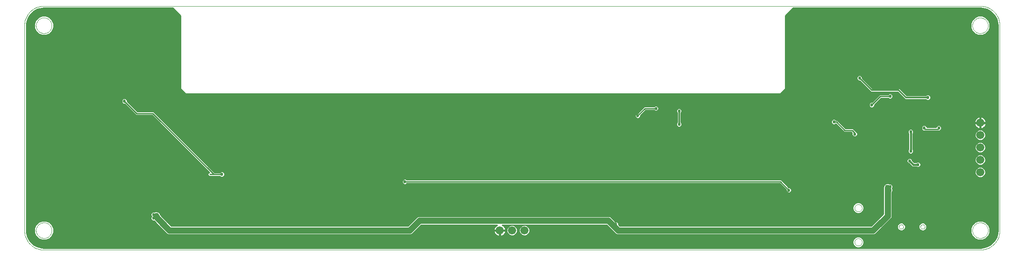
<source format=gbl>
G75*
G70*
%OFA0B0*%
%FSLAX24Y24*%
%IPPOS*%
%LPD*%
%AMOC8*
5,1,8,0,0,1.08239X$1,22.5*
%
%ADD10C,0.0000*%
%ADD11C,0.0660*%
%ADD12C,0.0100*%
%ADD13C,0.0246*%
%ADD14C,0.0500*%
%ADD15C,0.0160*%
%ADD16C,0.0120*%
D10*
X001725Y000937D02*
X077315Y000937D01*
X076685Y002512D02*
X076687Y002562D01*
X076693Y002612D01*
X076703Y002661D01*
X076717Y002709D01*
X076734Y002756D01*
X076755Y002801D01*
X076780Y002845D01*
X076808Y002886D01*
X076840Y002925D01*
X076874Y002962D01*
X076911Y002996D01*
X076951Y003026D01*
X076993Y003053D01*
X077037Y003077D01*
X077083Y003098D01*
X077130Y003114D01*
X077178Y003127D01*
X077228Y003136D01*
X077277Y003141D01*
X077328Y003142D01*
X077378Y003139D01*
X077427Y003132D01*
X077476Y003121D01*
X077524Y003106D01*
X077570Y003088D01*
X077615Y003066D01*
X077658Y003040D01*
X077699Y003011D01*
X077738Y002979D01*
X077774Y002944D01*
X077806Y002906D01*
X077836Y002866D01*
X077863Y002823D01*
X077886Y002779D01*
X077905Y002733D01*
X077921Y002685D01*
X077933Y002636D01*
X077941Y002587D01*
X077945Y002537D01*
X077945Y002487D01*
X077941Y002437D01*
X077933Y002388D01*
X077921Y002339D01*
X077905Y002291D01*
X077886Y002245D01*
X077863Y002201D01*
X077836Y002158D01*
X077806Y002118D01*
X077774Y002080D01*
X077738Y002045D01*
X077699Y002013D01*
X077658Y001984D01*
X077615Y001958D01*
X077570Y001936D01*
X077524Y001918D01*
X077476Y001903D01*
X077427Y001892D01*
X077378Y001885D01*
X077328Y001882D01*
X077277Y001883D01*
X077228Y001888D01*
X077178Y001897D01*
X077130Y001910D01*
X077083Y001926D01*
X077037Y001947D01*
X076993Y001971D01*
X076951Y001998D01*
X076911Y002028D01*
X076874Y002062D01*
X076840Y002099D01*
X076808Y002138D01*
X076780Y002179D01*
X076755Y002223D01*
X076734Y002268D01*
X076717Y002315D01*
X076703Y002363D01*
X076693Y002412D01*
X076687Y002462D01*
X076685Y002512D01*
X077315Y000937D02*
X077392Y000939D01*
X077469Y000945D01*
X077546Y000954D01*
X077622Y000967D01*
X077698Y000984D01*
X077772Y001005D01*
X077846Y001029D01*
X077918Y001057D01*
X077988Y001088D01*
X078057Y001123D01*
X078125Y001161D01*
X078190Y001202D01*
X078253Y001247D01*
X078314Y001295D01*
X078373Y001345D01*
X078429Y001398D01*
X078482Y001454D01*
X078532Y001513D01*
X078580Y001574D01*
X078625Y001637D01*
X078666Y001702D01*
X078704Y001770D01*
X078739Y001839D01*
X078770Y001909D01*
X078798Y001981D01*
X078822Y002055D01*
X078843Y002129D01*
X078860Y002205D01*
X078873Y002281D01*
X078882Y002358D01*
X078888Y002435D01*
X078890Y002512D01*
X078890Y019048D01*
X076685Y019048D02*
X076687Y019098D01*
X076693Y019148D01*
X076703Y019197D01*
X076717Y019245D01*
X076734Y019292D01*
X076755Y019337D01*
X076780Y019381D01*
X076808Y019422D01*
X076840Y019461D01*
X076874Y019498D01*
X076911Y019532D01*
X076951Y019562D01*
X076993Y019589D01*
X077037Y019613D01*
X077083Y019634D01*
X077130Y019650D01*
X077178Y019663D01*
X077228Y019672D01*
X077277Y019677D01*
X077328Y019678D01*
X077378Y019675D01*
X077427Y019668D01*
X077476Y019657D01*
X077524Y019642D01*
X077570Y019624D01*
X077615Y019602D01*
X077658Y019576D01*
X077699Y019547D01*
X077738Y019515D01*
X077774Y019480D01*
X077806Y019442D01*
X077836Y019402D01*
X077863Y019359D01*
X077886Y019315D01*
X077905Y019269D01*
X077921Y019221D01*
X077933Y019172D01*
X077941Y019123D01*
X077945Y019073D01*
X077945Y019023D01*
X077941Y018973D01*
X077933Y018924D01*
X077921Y018875D01*
X077905Y018827D01*
X077886Y018781D01*
X077863Y018737D01*
X077836Y018694D01*
X077806Y018654D01*
X077774Y018616D01*
X077738Y018581D01*
X077699Y018549D01*
X077658Y018520D01*
X077615Y018494D01*
X077570Y018472D01*
X077524Y018454D01*
X077476Y018439D01*
X077427Y018428D01*
X077378Y018421D01*
X077328Y018418D01*
X077277Y018419D01*
X077228Y018424D01*
X077178Y018433D01*
X077130Y018446D01*
X077083Y018462D01*
X077037Y018483D01*
X076993Y018507D01*
X076951Y018534D01*
X076911Y018564D01*
X076874Y018598D01*
X076840Y018635D01*
X076808Y018674D01*
X076780Y018715D01*
X076755Y018759D01*
X076734Y018804D01*
X076717Y018851D01*
X076703Y018899D01*
X076693Y018948D01*
X076687Y018998D01*
X076685Y019048D01*
X077315Y020623D02*
X077392Y020621D01*
X077469Y020615D01*
X077546Y020606D01*
X077622Y020593D01*
X077698Y020576D01*
X077772Y020555D01*
X077846Y020531D01*
X077918Y020503D01*
X077988Y020472D01*
X078057Y020437D01*
X078125Y020399D01*
X078190Y020358D01*
X078253Y020313D01*
X078314Y020265D01*
X078373Y020215D01*
X078429Y020162D01*
X078482Y020106D01*
X078532Y020047D01*
X078580Y019986D01*
X078625Y019923D01*
X078666Y019858D01*
X078704Y019790D01*
X078739Y019721D01*
X078770Y019651D01*
X078798Y019579D01*
X078822Y019505D01*
X078843Y019431D01*
X078860Y019355D01*
X078873Y019279D01*
X078882Y019202D01*
X078888Y019125D01*
X078890Y019048D01*
X077315Y020622D02*
X001725Y020622D01*
X001095Y019048D02*
X001097Y019098D01*
X001103Y019148D01*
X001113Y019197D01*
X001127Y019245D01*
X001144Y019292D01*
X001165Y019337D01*
X001190Y019381D01*
X001218Y019422D01*
X001250Y019461D01*
X001284Y019498D01*
X001321Y019532D01*
X001361Y019562D01*
X001403Y019589D01*
X001447Y019613D01*
X001493Y019634D01*
X001540Y019650D01*
X001588Y019663D01*
X001638Y019672D01*
X001687Y019677D01*
X001738Y019678D01*
X001788Y019675D01*
X001837Y019668D01*
X001886Y019657D01*
X001934Y019642D01*
X001980Y019624D01*
X002025Y019602D01*
X002068Y019576D01*
X002109Y019547D01*
X002148Y019515D01*
X002184Y019480D01*
X002216Y019442D01*
X002246Y019402D01*
X002273Y019359D01*
X002296Y019315D01*
X002315Y019269D01*
X002331Y019221D01*
X002343Y019172D01*
X002351Y019123D01*
X002355Y019073D01*
X002355Y019023D01*
X002351Y018973D01*
X002343Y018924D01*
X002331Y018875D01*
X002315Y018827D01*
X002296Y018781D01*
X002273Y018737D01*
X002246Y018694D01*
X002216Y018654D01*
X002184Y018616D01*
X002148Y018581D01*
X002109Y018549D01*
X002068Y018520D01*
X002025Y018494D01*
X001980Y018472D01*
X001934Y018454D01*
X001886Y018439D01*
X001837Y018428D01*
X001788Y018421D01*
X001738Y018418D01*
X001687Y018419D01*
X001638Y018424D01*
X001588Y018433D01*
X001540Y018446D01*
X001493Y018462D01*
X001447Y018483D01*
X001403Y018507D01*
X001361Y018534D01*
X001321Y018564D01*
X001284Y018598D01*
X001250Y018635D01*
X001218Y018674D01*
X001190Y018715D01*
X001165Y018759D01*
X001144Y018804D01*
X001127Y018851D01*
X001113Y018899D01*
X001103Y018948D01*
X001097Y018998D01*
X001095Y019048D01*
X000150Y019048D02*
X000152Y019125D01*
X000158Y019202D01*
X000167Y019279D01*
X000180Y019355D01*
X000197Y019431D01*
X000218Y019505D01*
X000242Y019579D01*
X000270Y019651D01*
X000301Y019721D01*
X000336Y019790D01*
X000374Y019858D01*
X000415Y019923D01*
X000460Y019986D01*
X000508Y020047D01*
X000558Y020106D01*
X000611Y020162D01*
X000667Y020215D01*
X000726Y020265D01*
X000787Y020313D01*
X000850Y020358D01*
X000915Y020399D01*
X000983Y020437D01*
X001052Y020472D01*
X001122Y020503D01*
X001194Y020531D01*
X001268Y020555D01*
X001342Y020576D01*
X001418Y020593D01*
X001494Y020606D01*
X001571Y020615D01*
X001648Y020621D01*
X001725Y020623D01*
X000150Y019048D02*
X000150Y002512D01*
X001095Y002512D02*
X001097Y002562D01*
X001103Y002612D01*
X001113Y002661D01*
X001127Y002709D01*
X001144Y002756D01*
X001165Y002801D01*
X001190Y002845D01*
X001218Y002886D01*
X001250Y002925D01*
X001284Y002962D01*
X001321Y002996D01*
X001361Y003026D01*
X001403Y003053D01*
X001447Y003077D01*
X001493Y003098D01*
X001540Y003114D01*
X001588Y003127D01*
X001638Y003136D01*
X001687Y003141D01*
X001738Y003142D01*
X001788Y003139D01*
X001837Y003132D01*
X001886Y003121D01*
X001934Y003106D01*
X001980Y003088D01*
X002025Y003066D01*
X002068Y003040D01*
X002109Y003011D01*
X002148Y002979D01*
X002184Y002944D01*
X002216Y002906D01*
X002246Y002866D01*
X002273Y002823D01*
X002296Y002779D01*
X002315Y002733D01*
X002331Y002685D01*
X002343Y002636D01*
X002351Y002587D01*
X002355Y002537D01*
X002355Y002487D01*
X002351Y002437D01*
X002343Y002388D01*
X002331Y002339D01*
X002315Y002291D01*
X002296Y002245D01*
X002273Y002201D01*
X002246Y002158D01*
X002216Y002118D01*
X002184Y002080D01*
X002148Y002045D01*
X002109Y002013D01*
X002068Y001984D01*
X002025Y001958D01*
X001980Y001936D01*
X001934Y001918D01*
X001886Y001903D01*
X001837Y001892D01*
X001788Y001885D01*
X001738Y001882D01*
X001687Y001883D01*
X001638Y001888D01*
X001588Y001897D01*
X001540Y001910D01*
X001493Y001926D01*
X001447Y001947D01*
X001403Y001971D01*
X001361Y001998D01*
X001321Y002028D01*
X001284Y002062D01*
X001250Y002099D01*
X001218Y002138D01*
X001190Y002179D01*
X001165Y002223D01*
X001144Y002268D01*
X001127Y002315D01*
X001113Y002363D01*
X001103Y002412D01*
X001097Y002462D01*
X001095Y002512D01*
X000150Y002512D02*
X000152Y002435D01*
X000158Y002358D01*
X000167Y002281D01*
X000180Y002205D01*
X000197Y002129D01*
X000218Y002055D01*
X000242Y001981D01*
X000270Y001909D01*
X000301Y001839D01*
X000336Y001770D01*
X000374Y001702D01*
X000415Y001637D01*
X000460Y001574D01*
X000508Y001513D01*
X000558Y001454D01*
X000611Y001398D01*
X000667Y001345D01*
X000726Y001295D01*
X000787Y001247D01*
X000850Y001202D01*
X000915Y001161D01*
X000983Y001123D01*
X001052Y001088D01*
X001122Y001057D01*
X001194Y001029D01*
X001268Y001005D01*
X001342Y000984D01*
X001418Y000967D01*
X001494Y000954D01*
X001571Y000945D01*
X001648Y000939D01*
X001725Y000937D01*
X067178Y001567D02*
X067180Y001601D01*
X067186Y001635D01*
X067196Y001668D01*
X067209Y001699D01*
X067227Y001729D01*
X067247Y001757D01*
X067271Y001782D01*
X067297Y001804D01*
X067325Y001822D01*
X067356Y001838D01*
X067388Y001850D01*
X067422Y001858D01*
X067456Y001862D01*
X067490Y001862D01*
X067524Y001858D01*
X067558Y001850D01*
X067590Y001838D01*
X067620Y001822D01*
X067649Y001804D01*
X067675Y001782D01*
X067699Y001757D01*
X067719Y001729D01*
X067737Y001699D01*
X067750Y001668D01*
X067760Y001635D01*
X067766Y001601D01*
X067768Y001567D01*
X067766Y001533D01*
X067760Y001499D01*
X067750Y001466D01*
X067737Y001435D01*
X067719Y001405D01*
X067699Y001377D01*
X067675Y001352D01*
X067649Y001330D01*
X067621Y001312D01*
X067590Y001296D01*
X067558Y001284D01*
X067524Y001276D01*
X067490Y001272D01*
X067456Y001272D01*
X067422Y001276D01*
X067388Y001284D01*
X067356Y001296D01*
X067325Y001312D01*
X067297Y001330D01*
X067271Y001352D01*
X067247Y001377D01*
X067227Y001405D01*
X067209Y001435D01*
X067196Y001466D01*
X067186Y001499D01*
X067180Y001533D01*
X067178Y001567D01*
X070760Y002807D02*
X070762Y002833D01*
X070768Y002859D01*
X070778Y002884D01*
X070791Y002907D01*
X070807Y002927D01*
X070827Y002945D01*
X070849Y002960D01*
X070872Y002972D01*
X070898Y002980D01*
X070924Y002984D01*
X070950Y002984D01*
X070976Y002980D01*
X071002Y002972D01*
X071026Y002960D01*
X071047Y002945D01*
X071067Y002927D01*
X071083Y002907D01*
X071096Y002884D01*
X071106Y002859D01*
X071112Y002833D01*
X071114Y002807D01*
X071112Y002781D01*
X071106Y002755D01*
X071096Y002730D01*
X071083Y002707D01*
X071067Y002687D01*
X071047Y002669D01*
X071025Y002654D01*
X071002Y002642D01*
X070976Y002634D01*
X070950Y002630D01*
X070924Y002630D01*
X070898Y002634D01*
X070872Y002642D01*
X070848Y002654D01*
X070827Y002669D01*
X070807Y002687D01*
X070791Y002707D01*
X070778Y002730D01*
X070768Y002755D01*
X070762Y002781D01*
X070760Y002807D01*
X072493Y002807D02*
X072495Y002833D01*
X072501Y002859D01*
X072511Y002884D01*
X072524Y002907D01*
X072540Y002927D01*
X072560Y002945D01*
X072582Y002960D01*
X072605Y002972D01*
X072631Y002980D01*
X072657Y002984D01*
X072683Y002984D01*
X072709Y002980D01*
X072735Y002972D01*
X072759Y002960D01*
X072780Y002945D01*
X072800Y002927D01*
X072816Y002907D01*
X072829Y002884D01*
X072839Y002859D01*
X072845Y002833D01*
X072847Y002807D01*
X072845Y002781D01*
X072839Y002755D01*
X072829Y002730D01*
X072816Y002707D01*
X072800Y002687D01*
X072780Y002669D01*
X072758Y002654D01*
X072735Y002642D01*
X072709Y002634D01*
X072683Y002630D01*
X072657Y002630D01*
X072631Y002634D01*
X072605Y002642D01*
X072581Y002654D01*
X072560Y002669D01*
X072540Y002687D01*
X072524Y002707D01*
X072511Y002730D01*
X072501Y002755D01*
X072495Y002781D01*
X072493Y002807D01*
X067178Y004323D02*
X067180Y004357D01*
X067186Y004391D01*
X067196Y004424D01*
X067209Y004455D01*
X067227Y004485D01*
X067247Y004513D01*
X067271Y004538D01*
X067297Y004560D01*
X067325Y004578D01*
X067356Y004594D01*
X067388Y004606D01*
X067422Y004614D01*
X067456Y004618D01*
X067490Y004618D01*
X067524Y004614D01*
X067558Y004606D01*
X067590Y004594D01*
X067620Y004578D01*
X067649Y004560D01*
X067675Y004538D01*
X067699Y004513D01*
X067719Y004485D01*
X067737Y004455D01*
X067750Y004424D01*
X067760Y004391D01*
X067766Y004357D01*
X067768Y004323D01*
X067766Y004289D01*
X067760Y004255D01*
X067750Y004222D01*
X067737Y004191D01*
X067719Y004161D01*
X067699Y004133D01*
X067675Y004108D01*
X067649Y004086D01*
X067621Y004068D01*
X067590Y004052D01*
X067558Y004040D01*
X067524Y004032D01*
X067490Y004028D01*
X067456Y004028D01*
X067422Y004032D01*
X067388Y004040D01*
X067356Y004052D01*
X067325Y004068D01*
X067297Y004086D01*
X067271Y004108D01*
X067247Y004133D01*
X067227Y004161D01*
X067209Y004191D01*
X067196Y004222D01*
X067186Y004255D01*
X067180Y004289D01*
X067178Y004323D01*
D11*
X077315Y007205D03*
X077315Y008205D03*
X077315Y009205D03*
X077315Y010205D03*
X077315Y011205D03*
X040520Y002512D03*
X039520Y002512D03*
X038520Y002512D03*
D12*
X038472Y002513D02*
X031749Y002513D01*
X031847Y002612D02*
X038050Y002612D01*
X038052Y002625D02*
X038042Y002561D01*
X038472Y002561D01*
X038472Y002464D01*
X038569Y002464D01*
X038569Y002561D01*
X038998Y002561D01*
X038988Y002625D01*
X038965Y002696D01*
X038931Y002764D01*
X038886Y002825D01*
X038833Y002878D01*
X038772Y002923D01*
X038719Y002950D01*
X047151Y002950D01*
X047786Y002314D01*
X047885Y002215D01*
X048013Y002162D01*
X057659Y002162D01*
X068724Y002162D01*
X068852Y002215D01*
X068951Y002314D01*
X070033Y003397D01*
X070132Y003495D01*
X070185Y003624D01*
X070185Y005598D01*
X070255Y005668D01*
X070255Y005853D01*
X070200Y005908D01*
X070255Y005963D01*
X070255Y006148D01*
X070124Y006279D01*
X069974Y006279D01*
X069905Y006307D01*
X069765Y006307D01*
X069696Y006279D01*
X069644Y006279D01*
X069514Y006148D01*
X069514Y006096D01*
X069485Y006027D01*
X069485Y003838D01*
X068509Y002862D01*
X048228Y002862D01*
X048109Y002981D01*
X048109Y003097D01*
X047979Y003227D01*
X047863Y003227D01*
X047494Y003596D01*
X047365Y003650D01*
X031970Y003650D01*
X031842Y003596D01*
X031743Y003498D01*
X031107Y002862D01*
X012008Y002862D01*
X011166Y003704D01*
X011101Y003833D01*
X011101Y003884D01*
X010971Y004015D01*
X010922Y004015D01*
X010825Y004047D01*
X010686Y004037D01*
X010640Y004015D01*
X010491Y004015D01*
X010360Y003884D01*
X010360Y003699D01*
X010415Y003644D01*
X010360Y003589D01*
X010360Y003404D01*
X010491Y003273D01*
X010601Y003273D01*
X010640Y003240D01*
X011664Y002215D01*
X011793Y002162D01*
X031322Y002162D01*
X031451Y002215D01*
X032185Y002950D01*
X038321Y002950D01*
X038269Y002923D01*
X038207Y002878D01*
X038154Y002825D01*
X038110Y002764D01*
X038075Y002696D01*
X038052Y002625D01*
X038082Y002710D02*
X031946Y002710D01*
X032044Y002809D02*
X038142Y002809D01*
X038247Y002907D02*
X032143Y002907D01*
X031350Y003104D02*
X011765Y003104D01*
X011864Y003006D02*
X031251Y003006D01*
X031153Y002907D02*
X011962Y002907D01*
X011366Y002513D02*
X002505Y002513D01*
X002505Y002415D02*
X011465Y002415D01*
X011563Y002316D02*
X002488Y002316D01*
X002505Y002357D02*
X002386Y002070D01*
X002167Y001851D01*
X001880Y001732D01*
X001570Y001732D01*
X001283Y001851D01*
X001064Y002070D01*
X000945Y002357D01*
X000945Y002667D01*
X001064Y002954D01*
X001283Y003173D01*
X001570Y003292D01*
X001880Y003292D01*
X002167Y003173D01*
X002386Y002954D01*
X002505Y002667D01*
X002505Y002357D01*
X002447Y002218D02*
X011662Y002218D01*
X011268Y002612D02*
X002505Y002612D01*
X002487Y002710D02*
X011169Y002710D01*
X011071Y002809D02*
X002446Y002809D01*
X002405Y002907D02*
X010972Y002907D01*
X010874Y003006D02*
X002334Y003006D01*
X002236Y003104D02*
X010775Y003104D01*
X010677Y003203D02*
X002095Y003203D01*
X001354Y003203D02*
X000300Y003203D01*
X000300Y003301D02*
X010463Y003301D01*
X010364Y003400D02*
X000300Y003400D01*
X000300Y003498D02*
X010360Y003498D01*
X010368Y003597D02*
X000300Y003597D01*
X000300Y003695D02*
X010364Y003695D01*
X010360Y003794D02*
X000300Y003794D01*
X000300Y003892D02*
X010368Y003892D01*
X010467Y003991D02*
X000300Y003991D01*
X000300Y004089D02*
X067088Y004089D01*
X067095Y004071D02*
X067221Y003946D01*
X067384Y003878D01*
X067561Y003878D01*
X067725Y003946D01*
X067850Y004071D01*
X067918Y004235D01*
X067918Y004412D01*
X067850Y004575D01*
X067725Y004701D01*
X067561Y004769D01*
X067384Y004769D01*
X067221Y004701D01*
X067095Y004575D01*
X067028Y004412D01*
X067028Y004235D01*
X067095Y004071D01*
X067175Y003991D02*
X010995Y003991D01*
X011093Y003892D02*
X067349Y003892D01*
X067596Y003892D02*
X069485Y003892D01*
X069485Y003991D02*
X067770Y003991D01*
X067858Y004089D02*
X069485Y004089D01*
X069485Y004188D02*
X067899Y004188D01*
X067918Y004286D02*
X069485Y004286D01*
X069485Y004385D02*
X067918Y004385D01*
X067888Y004483D02*
X069485Y004483D01*
X069485Y004582D02*
X067844Y004582D01*
X067745Y004680D02*
X069485Y004680D01*
X069485Y004779D02*
X000300Y004779D01*
X000300Y004877D02*
X069485Y004877D01*
X069485Y004976D02*
X000300Y004976D01*
X000300Y005074D02*
X069485Y005074D01*
X069485Y005173D02*
X000300Y005173D01*
X000300Y005271D02*
X069485Y005271D01*
X069485Y005370D02*
X000300Y005370D01*
X000300Y005468D02*
X069485Y005468D01*
X069485Y005567D02*
X061985Y005567D01*
X061955Y005537D02*
X062086Y005668D01*
X062086Y005853D01*
X061955Y005983D01*
X061852Y005983D01*
X061236Y006599D01*
X031024Y006599D01*
X030951Y006672D01*
X030766Y006672D01*
X030636Y006542D01*
X030636Y006357D01*
X030766Y006226D01*
X030951Y006226D01*
X031024Y006299D01*
X061111Y006299D01*
X061640Y005771D01*
X061640Y005668D01*
X061770Y005537D01*
X061955Y005537D01*
X062083Y005665D02*
X069485Y005665D01*
X069485Y005764D02*
X062086Y005764D01*
X062076Y005862D02*
X069485Y005862D01*
X069485Y005961D02*
X061977Y005961D01*
X061776Y006059D02*
X069499Y006059D01*
X069524Y006158D02*
X061677Y006158D01*
X061579Y006256D02*
X069622Y006256D01*
X069737Y006056D02*
X069835Y005957D01*
X070253Y005961D02*
X078740Y005961D01*
X078740Y006059D02*
X070255Y006059D01*
X070245Y006158D02*
X078740Y006158D01*
X078740Y006256D02*
X070146Y006256D01*
X070245Y005862D02*
X078740Y005862D01*
X078740Y005764D02*
X070255Y005764D01*
X070252Y005665D02*
X078740Y005665D01*
X078740Y005567D02*
X070185Y005567D01*
X070185Y005468D02*
X078740Y005468D01*
X078740Y005370D02*
X070185Y005370D01*
X070185Y005271D02*
X078740Y005271D01*
X078740Y005173D02*
X070185Y005173D01*
X070185Y005074D02*
X078740Y005074D01*
X078740Y004976D02*
X070185Y004976D01*
X070185Y004877D02*
X078740Y004877D01*
X078740Y004779D02*
X070185Y004779D01*
X070185Y004680D02*
X078740Y004680D01*
X078740Y004582D02*
X070185Y004582D01*
X070185Y004483D02*
X078740Y004483D01*
X078740Y004385D02*
X070185Y004385D01*
X070185Y004286D02*
X078740Y004286D01*
X078740Y004188D02*
X070185Y004188D01*
X070185Y004089D02*
X078740Y004089D01*
X078740Y003991D02*
X070185Y003991D01*
X070185Y003892D02*
X078740Y003892D01*
X078740Y003794D02*
X070185Y003794D01*
X070185Y003695D02*
X078740Y003695D01*
X078740Y003597D02*
X070174Y003597D01*
X070133Y003498D02*
X078740Y003498D01*
X078740Y003400D02*
X070037Y003400D01*
X069938Y003301D02*
X078740Y003301D01*
X078740Y003203D02*
X077686Y003203D01*
X077757Y003173D02*
X077470Y003292D01*
X077160Y003292D01*
X076874Y003173D01*
X076654Y002954D01*
X076535Y002667D01*
X076535Y002357D01*
X076654Y002070D01*
X076874Y001851D01*
X077160Y001732D01*
X077470Y001732D01*
X077757Y001851D01*
X077977Y002070D01*
X078095Y002357D01*
X078095Y002667D01*
X077977Y002954D01*
X077757Y003173D01*
X077826Y003104D02*
X078740Y003104D01*
X078740Y003006D02*
X077925Y003006D01*
X077996Y002907D02*
X078740Y002907D01*
X078740Y002809D02*
X078037Y002809D01*
X078077Y002710D02*
X078740Y002710D01*
X078740Y002612D02*
X078095Y002612D01*
X078095Y002513D02*
X078740Y002513D01*
X078740Y002512D02*
X078728Y002326D01*
X078632Y001967D01*
X078632Y001967D01*
X078486Y001714D01*
X078114Y001342D01*
X077861Y001196D01*
X077501Y001100D01*
X077315Y001087D01*
X001725Y001087D01*
X001539Y001100D01*
X001180Y001196D01*
X000927Y001342D01*
X000554Y001714D01*
X000408Y001967D01*
X000312Y002326D01*
X000300Y002512D01*
X000300Y019048D01*
X000312Y019234D01*
X000408Y019593D01*
X000554Y019846D01*
X000927Y020218D01*
X001180Y020364D01*
X001539Y020460D01*
X001725Y020472D01*
X012111Y020472D01*
X012748Y019835D01*
X012748Y013930D01*
X013142Y013536D01*
X061174Y013536D01*
X061567Y013930D01*
X061567Y019835D01*
X062205Y020472D01*
X077315Y020472D01*
X077501Y020460D01*
X077861Y020364D01*
X078114Y020218D01*
X078486Y019846D01*
X078632Y019593D01*
X078728Y019234D01*
X078740Y019048D01*
X078740Y002512D01*
X078734Y002415D02*
X078095Y002415D01*
X078078Y002316D02*
X078725Y002316D01*
X078699Y002218D02*
X078038Y002218D01*
X077997Y002119D02*
X078673Y002119D01*
X078646Y002021D02*
X077927Y002021D01*
X077829Y001922D02*
X078606Y001922D01*
X078549Y001824D02*
X077692Y001824D01*
X078300Y001528D02*
X067918Y001528D01*
X067918Y001479D02*
X067850Y001315D01*
X067725Y001190D01*
X067561Y001122D01*
X067384Y001122D01*
X067221Y001190D01*
X067095Y001315D01*
X067028Y001479D01*
X067028Y001656D01*
X067095Y001820D01*
X067221Y001945D01*
X067384Y002013D01*
X067561Y002013D01*
X067725Y001945D01*
X067850Y001820D01*
X067918Y001656D01*
X067918Y001479D01*
X067898Y001430D02*
X078202Y001430D01*
X078095Y001331D02*
X067857Y001331D01*
X067768Y001233D02*
X077925Y001233D01*
X077631Y001134D02*
X067591Y001134D01*
X067354Y001134D02*
X001409Y001134D01*
X001115Y001233D02*
X067178Y001233D01*
X067089Y001331D02*
X000945Y001331D01*
X000839Y001430D02*
X067048Y001430D01*
X067028Y001528D02*
X000740Y001528D01*
X000642Y001627D02*
X067028Y001627D01*
X067056Y001725D02*
X000548Y001725D01*
X000491Y001824D02*
X001348Y001824D01*
X001212Y001922D02*
X000434Y001922D01*
X000394Y002021D02*
X001113Y002021D01*
X001043Y002119D02*
X000368Y002119D01*
X000341Y002218D02*
X001003Y002218D01*
X000962Y002316D02*
X000315Y002316D01*
X000306Y002415D02*
X000945Y002415D01*
X000945Y002513D02*
X000300Y002513D01*
X000300Y002612D02*
X000945Y002612D01*
X000963Y002710D02*
X000300Y002710D01*
X000300Y002809D02*
X001004Y002809D01*
X001044Y002907D02*
X000300Y002907D01*
X000300Y003006D02*
X001116Y003006D01*
X001214Y003104D02*
X000300Y003104D01*
X002406Y002119D02*
X038244Y002119D01*
X038269Y002102D02*
X038336Y002067D01*
X038408Y002044D01*
X038472Y002034D01*
X038472Y002464D01*
X038042Y002464D01*
X038052Y002400D01*
X038075Y002328D01*
X038110Y002261D01*
X038154Y002200D01*
X038207Y002146D01*
X038269Y002102D01*
X038141Y002218D02*
X031453Y002218D01*
X031552Y002316D02*
X038081Y002316D01*
X038050Y002415D02*
X031650Y002415D01*
X031448Y003203D02*
X011667Y003203D01*
X011568Y003301D02*
X031547Y003301D01*
X031645Y003400D02*
X011470Y003400D01*
X011371Y003498D02*
X031744Y003498D01*
X031843Y003597D02*
X011273Y003597D01*
X011174Y003695D02*
X069342Y003695D01*
X069244Y003597D02*
X047493Y003597D01*
X047592Y003498D02*
X069145Y003498D01*
X069047Y003400D02*
X047690Y003400D01*
X047789Y003301D02*
X068948Y003301D01*
X068850Y003203D02*
X048003Y003203D01*
X048102Y003104D02*
X068751Y003104D01*
X068653Y003006D02*
X048109Y003006D01*
X048183Y002907D02*
X068554Y002907D01*
X069150Y002513D02*
X070792Y002513D01*
X070752Y002530D02*
X070872Y002480D01*
X071002Y002480D01*
X071123Y002530D01*
X071215Y002622D01*
X071265Y002742D01*
X071265Y002873D01*
X071215Y002993D01*
X071123Y003085D01*
X071002Y003135D01*
X070872Y003135D01*
X070752Y003085D01*
X070660Y002993D01*
X070610Y002873D01*
X070610Y002742D01*
X070660Y002622D01*
X070752Y002530D01*
X070670Y002612D02*
X069249Y002612D01*
X069347Y002710D02*
X070623Y002710D01*
X070610Y002809D02*
X069446Y002809D01*
X069544Y002907D02*
X070625Y002907D01*
X070673Y003006D02*
X069643Y003006D01*
X069741Y003104D02*
X070799Y003104D01*
X071075Y003104D02*
X072532Y003104D01*
X072484Y003085D02*
X072392Y002993D01*
X072343Y002873D01*
X072343Y002742D01*
X072392Y002622D01*
X072484Y002530D01*
X072605Y002480D01*
X072735Y002480D01*
X072855Y002530D01*
X072947Y002622D01*
X072997Y002742D01*
X072997Y002873D01*
X072947Y002993D01*
X072855Y003085D01*
X072735Y003135D01*
X072605Y003135D01*
X072484Y003085D01*
X072405Y003006D02*
X071202Y003006D01*
X071250Y002907D02*
X072357Y002907D01*
X072343Y002809D02*
X071265Y002809D01*
X071251Y002710D02*
X072356Y002710D01*
X072403Y002612D02*
X071205Y002612D01*
X071082Y002513D02*
X072525Y002513D01*
X072815Y002513D02*
X076535Y002513D01*
X076535Y002415D02*
X069052Y002415D01*
X068953Y002316D02*
X076552Y002316D01*
X076593Y002218D02*
X068855Y002218D01*
X068951Y002314D02*
X068951Y002314D01*
X067747Y001922D02*
X076802Y001922D01*
X076704Y002021D02*
X002336Y002021D01*
X002238Y001922D02*
X067198Y001922D01*
X067100Y001824D02*
X002101Y001824D01*
X000300Y004188D02*
X067047Y004188D01*
X067028Y004286D02*
X000300Y004286D01*
X000300Y004385D02*
X067028Y004385D01*
X067057Y004483D02*
X000300Y004483D01*
X000300Y004582D02*
X067102Y004582D01*
X067200Y004680D02*
X000300Y004680D01*
X000300Y005567D02*
X061741Y005567D01*
X061642Y005665D02*
X000300Y005665D01*
X000300Y005764D02*
X061640Y005764D01*
X061548Y005862D02*
X000300Y005862D01*
X000300Y005961D02*
X061450Y005961D01*
X061351Y006059D02*
X000300Y006059D01*
X000300Y006158D02*
X061253Y006158D01*
X061154Y006256D02*
X030981Y006256D01*
X030859Y006449D02*
X061174Y006449D01*
X061863Y005760D01*
X061480Y006355D02*
X078740Y006355D01*
X078740Y006453D02*
X061382Y006453D01*
X061283Y006552D02*
X078740Y006552D01*
X078740Y006650D02*
X030973Y006650D01*
X030745Y006650D02*
X000300Y006650D01*
X000300Y006552D02*
X030646Y006552D01*
X030636Y006453D02*
X000300Y006453D01*
X000300Y006355D02*
X030638Y006355D01*
X030736Y006256D02*
X000300Y006256D01*
X000300Y006749D02*
X078740Y006749D01*
X078740Y006847D02*
X077566Y006847D01*
X077559Y006841D02*
X077680Y006962D01*
X077745Y007120D01*
X077745Y007291D01*
X077680Y007449D01*
X077559Y007570D01*
X077401Y007635D01*
X077230Y007635D01*
X077072Y007570D01*
X076951Y007449D01*
X076885Y007291D01*
X076885Y007120D01*
X076951Y006962D01*
X077072Y006841D01*
X077230Y006775D01*
X077401Y006775D01*
X077559Y006841D01*
X077664Y006946D02*
X078740Y006946D01*
X078740Y007044D02*
X077714Y007044D01*
X077745Y007143D02*
X078740Y007143D01*
X078740Y007241D02*
X077745Y007241D01*
X077725Y007340D02*
X078740Y007340D01*
X078740Y007438D02*
X077684Y007438D01*
X077592Y007537D02*
X078740Y007537D01*
X078740Y007635D02*
X072419Y007635D01*
X072388Y007604D02*
X072519Y007735D01*
X072519Y007920D01*
X072388Y008050D01*
X072203Y008050D01*
X072160Y008007D01*
X071977Y008007D01*
X071830Y008154D01*
X071830Y008215D01*
X071699Y008345D01*
X071514Y008345D01*
X071384Y008215D01*
X071384Y008030D01*
X071514Y007899D01*
X071575Y007899D01*
X071827Y007647D01*
X072160Y007647D01*
X072203Y007604D01*
X072388Y007604D01*
X072518Y007734D02*
X078740Y007734D01*
X078740Y007832D02*
X077539Y007832D01*
X077559Y007841D02*
X077680Y007962D01*
X077745Y008120D01*
X077745Y008291D01*
X077680Y008449D01*
X077559Y008570D01*
X077401Y008635D01*
X077230Y008635D01*
X077072Y008570D01*
X076951Y008449D01*
X076885Y008291D01*
X076885Y008120D01*
X076951Y007962D01*
X077072Y007841D01*
X077230Y007775D01*
X077401Y007775D01*
X077559Y007841D01*
X077649Y007931D02*
X078740Y007931D01*
X078740Y008029D02*
X077708Y008029D01*
X077745Y008128D02*
X078740Y008128D01*
X078740Y008226D02*
X077745Y008226D01*
X077731Y008325D02*
X078740Y008325D01*
X078740Y008423D02*
X077690Y008423D01*
X077607Y008522D02*
X078740Y008522D01*
X078740Y008620D02*
X077436Y008620D01*
X077401Y008775D02*
X077559Y008841D01*
X077680Y008962D01*
X077745Y009120D01*
X077745Y009291D01*
X077680Y009449D01*
X077559Y009570D01*
X077401Y009635D01*
X077230Y009635D01*
X077072Y009570D01*
X076951Y009449D01*
X076885Y009291D01*
X076885Y009120D01*
X076951Y008962D01*
X077072Y008841D01*
X077230Y008775D01*
X077401Y008775D01*
X077503Y008817D02*
X078740Y008817D01*
X078740Y008719D02*
X071830Y008719D01*
X071797Y008687D02*
X071928Y008817D01*
X077128Y008817D01*
X076996Y008916D02*
X071928Y008916D01*
X071928Y009002D02*
X071928Y008817D01*
X071797Y008687D02*
X071613Y008687D01*
X071482Y008817D01*
X013880Y008817D01*
X013978Y008719D02*
X071581Y008719D01*
X071482Y008817D02*
X071482Y009002D01*
X071525Y009045D01*
X071525Y010349D01*
X071482Y010392D01*
X071482Y010577D01*
X071613Y010708D01*
X071797Y010708D01*
X071928Y010577D01*
X071928Y010392D01*
X071885Y010349D01*
X071885Y009045D01*
X071928Y009002D01*
X071916Y009014D02*
X076929Y009014D01*
X076888Y009113D02*
X071885Y009113D01*
X071885Y009211D02*
X076885Y009211D01*
X076893Y009310D02*
X071885Y009310D01*
X071885Y009408D02*
X076934Y009408D01*
X077009Y009507D02*
X071885Y009507D01*
X071885Y009605D02*
X077158Y009605D01*
X077230Y009775D02*
X077401Y009775D01*
X077559Y009841D01*
X077680Y009962D01*
X077745Y010120D01*
X077745Y010291D01*
X077680Y010449D01*
X077559Y010570D01*
X077401Y010635D01*
X077230Y010635D01*
X077072Y010570D01*
X076951Y010449D01*
X076885Y010291D01*
X076885Y010120D01*
X076951Y009962D01*
X077072Y009841D01*
X077230Y009775D01*
X077164Y009802D02*
X071885Y009802D01*
X071885Y009704D02*
X078740Y009704D01*
X078740Y009802D02*
X077467Y009802D01*
X077619Y009901D02*
X078740Y009901D01*
X078740Y009999D02*
X077696Y009999D01*
X077736Y010098D02*
X078740Y010098D01*
X078740Y010196D02*
X077745Y010196D01*
X077744Y010295D02*
X078740Y010295D01*
X078740Y010393D02*
X077703Y010393D01*
X077637Y010492D02*
X078740Y010492D01*
X078740Y010590D02*
X077509Y010590D01*
X077428Y010737D02*
X077500Y010760D01*
X077567Y010795D01*
X077628Y010839D01*
X077681Y010892D01*
X077726Y010954D01*
X077760Y011021D01*
X077784Y011093D01*
X077794Y011157D01*
X077364Y011157D01*
X077364Y011254D01*
X077267Y011254D01*
X077267Y011683D01*
X077203Y011673D01*
X077131Y011650D01*
X077064Y011616D01*
X077003Y011571D01*
X076949Y011518D01*
X076905Y011457D01*
X076871Y011389D01*
X076847Y011318D01*
X076837Y011254D01*
X077267Y011254D01*
X077267Y011157D01*
X076837Y011157D01*
X076847Y011093D01*
X076871Y011021D01*
X076905Y010954D01*
X076949Y010892D01*
X077003Y010839D01*
X077064Y010795D01*
X077131Y010760D01*
X077203Y010737D01*
X077267Y010727D01*
X077267Y011157D01*
X077364Y011157D01*
X077364Y010727D01*
X077428Y010737D01*
X077364Y010787D02*
X077267Y010787D01*
X077267Y010886D02*
X077364Y010886D01*
X077364Y010984D02*
X077267Y010984D01*
X077267Y011083D02*
X077364Y011083D01*
X077364Y011181D02*
X078740Y011181D01*
X078740Y011083D02*
X077780Y011083D01*
X077742Y010984D02*
X078740Y010984D01*
X078740Y010886D02*
X077675Y010886D01*
X077553Y010787D02*
X078740Y010787D01*
X078740Y010689D02*
X074192Y010689D01*
X074192Y010688D02*
X074192Y010872D01*
X074061Y011003D01*
X073877Y011003D01*
X073746Y010872D01*
X073746Y010831D01*
X073011Y010831D01*
X073011Y010872D01*
X072880Y011003D01*
X072695Y011003D01*
X072565Y010872D01*
X072565Y010688D01*
X072695Y010557D01*
X072799Y010557D01*
X072824Y010531D01*
X073933Y010531D01*
X073958Y010557D01*
X074061Y010557D01*
X074192Y010688D01*
X074192Y010787D02*
X077078Y010787D01*
X076956Y010886D02*
X074178Y010886D01*
X074080Y010984D02*
X076889Y010984D01*
X076850Y011083D02*
X066102Y011083D01*
X066004Y011181D02*
X077267Y011181D01*
X077267Y011280D02*
X077364Y011280D01*
X077364Y011254D02*
X077364Y011683D01*
X077428Y011673D01*
X077500Y011650D01*
X077567Y011616D01*
X077628Y011571D01*
X077681Y011518D01*
X077726Y011457D01*
X077760Y011389D01*
X077784Y011318D01*
X077794Y011254D01*
X077364Y011254D01*
X077364Y011378D02*
X077267Y011378D01*
X077267Y011477D02*
X077364Y011477D01*
X077364Y011575D02*
X077267Y011575D01*
X077267Y011674D02*
X077364Y011674D01*
X077424Y011674D02*
X078740Y011674D01*
X078740Y011772D02*
X053164Y011772D01*
X053164Y011674D02*
X077207Y011674D01*
X077008Y011575D02*
X053164Y011575D01*
X053164Y011477D02*
X065394Y011477D01*
X065412Y011495D02*
X065281Y011364D01*
X065281Y011180D01*
X065412Y011049D01*
X065597Y011049D01*
X065654Y011107D01*
X066328Y010433D01*
X066919Y010433D01*
X066963Y010389D01*
X066955Y010380D01*
X066955Y010195D01*
X067085Y010065D01*
X067270Y010065D01*
X067401Y010195D01*
X067401Y010380D01*
X067270Y010511D01*
X067265Y010511D01*
X067131Y010645D01*
X067043Y010733D01*
X066452Y010733D01*
X065851Y011334D01*
X065763Y011422D01*
X065670Y011422D01*
X065597Y011495D01*
X065412Y011495D01*
X065295Y011378D02*
X053164Y011378D01*
X053164Y011280D02*
X065281Y011280D01*
X065281Y011181D02*
X053213Y011181D01*
X053227Y011168D02*
X053164Y011231D01*
X053164Y012003D01*
X053227Y012066D01*
X053227Y012250D01*
X053097Y012381D01*
X052912Y012381D01*
X052781Y012250D01*
X052781Y012066D01*
X052844Y012003D01*
X052844Y011231D01*
X052781Y011168D01*
X052781Y010983D01*
X052912Y010852D01*
X053097Y010852D01*
X053227Y010983D01*
X053227Y011168D01*
X053227Y011083D02*
X065378Y011083D01*
X065504Y011272D02*
X065701Y011272D01*
X066390Y010583D01*
X066981Y010583D01*
X067178Y010386D01*
X067178Y010288D01*
X067401Y010295D02*
X071525Y010295D01*
X071525Y010196D02*
X067401Y010196D01*
X067303Y010098D02*
X071525Y010098D01*
X071525Y009999D02*
X012698Y009999D01*
X012796Y009901D02*
X071525Y009901D01*
X071525Y009802D02*
X012895Y009802D01*
X012993Y009704D02*
X071525Y009704D01*
X071525Y009605D02*
X013092Y009605D01*
X013190Y009507D02*
X071525Y009507D01*
X071525Y009408D02*
X013289Y009408D01*
X013387Y009310D02*
X071525Y009310D01*
X071525Y009211D02*
X013486Y009211D01*
X013584Y009113D02*
X071525Y009113D01*
X071494Y009014D02*
X013683Y009014D01*
X013781Y008916D02*
X071482Y008916D01*
X071494Y008325D02*
X014372Y008325D01*
X014274Y008423D02*
X076940Y008423D01*
X076900Y008325D02*
X071720Y008325D01*
X071818Y008226D02*
X076885Y008226D01*
X076885Y008128D02*
X071856Y008128D01*
X071954Y008029D02*
X072183Y008029D01*
X072409Y008029D02*
X076923Y008029D01*
X076981Y007931D02*
X072507Y007931D01*
X072519Y007832D02*
X077091Y007832D01*
X077039Y007537D02*
X015160Y007537D01*
X015062Y007635D02*
X072172Y007635D01*
X071741Y007734D02*
X014963Y007734D01*
X014865Y007832D02*
X071642Y007832D01*
X071483Y007931D02*
X014766Y007931D01*
X014668Y008029D02*
X071384Y008029D01*
X071384Y008128D02*
X014569Y008128D01*
X014471Y008226D02*
X071395Y008226D01*
X076885Y007241D02*
X016209Y007241D01*
X016187Y007263D02*
X016003Y007263D01*
X015930Y007190D01*
X015507Y007190D01*
X010586Y012111D01*
X009267Y012111D01*
X008444Y012934D01*
X008444Y013038D01*
X008313Y013168D01*
X008128Y013168D01*
X007998Y013038D01*
X007998Y012853D01*
X008128Y012722D01*
X008232Y012722D01*
X009055Y011899D01*
X009143Y011811D01*
X010462Y011811D01*
X015083Y007190D01*
X015048Y007190D01*
X014961Y007102D01*
X014961Y006978D01*
X015048Y006890D01*
X015930Y006890D01*
X016003Y006817D01*
X016187Y006817D01*
X016318Y006947D01*
X016318Y007132D01*
X016187Y007263D01*
X016307Y007143D02*
X076885Y007143D01*
X076916Y007044D02*
X016318Y007044D01*
X016316Y006946D02*
X076966Y006946D01*
X077065Y006847D02*
X016218Y006847D01*
X016095Y007040D02*
X015445Y007040D01*
X010524Y011961D01*
X009205Y011961D01*
X008221Y012945D01*
X008444Y012954D02*
X068648Y012954D01*
X068566Y012873D02*
X068463Y012873D01*
X068333Y012742D01*
X068333Y012558D01*
X068463Y012427D01*
X068648Y012427D01*
X068779Y012558D01*
X068779Y012661D01*
X069307Y013189D01*
X069867Y013189D01*
X069940Y013116D01*
X070124Y013116D01*
X070255Y013247D01*
X070255Y013431D01*
X070124Y013562D01*
X069940Y013562D01*
X069867Y013489D01*
X069182Y013489D01*
X068566Y012873D01*
X068446Y012856D02*
X008522Y012856D01*
X008621Y012757D02*
X068348Y012757D01*
X068333Y012659D02*
X008719Y012659D01*
X008818Y012560D02*
X051025Y012560D01*
X051042Y012578D02*
X050969Y012505D01*
X050186Y012505D01*
X049669Y011987D01*
X049566Y011987D01*
X049435Y011857D01*
X049435Y011672D01*
X049566Y011541D01*
X049750Y011541D01*
X049881Y011672D01*
X049881Y011775D01*
X050311Y012205D01*
X050969Y012205D01*
X051042Y012132D01*
X051227Y012132D01*
X051357Y012262D01*
X051357Y012447D01*
X051227Y012578D01*
X051042Y012578D01*
X051244Y012560D02*
X068333Y012560D01*
X068428Y012462D02*
X051342Y012462D01*
X051357Y012363D02*
X052895Y012363D01*
X052796Y012265D02*
X051357Y012265D01*
X051261Y012166D02*
X052781Y012166D01*
X052781Y012068D02*
X050174Y012068D01*
X050272Y012166D02*
X051007Y012166D01*
X051134Y012355D02*
X050248Y012355D01*
X049658Y011764D01*
X049881Y011772D02*
X052844Y011772D01*
X052844Y011674D02*
X049881Y011674D01*
X049784Y011575D02*
X052844Y011575D01*
X052844Y011477D02*
X011220Y011477D01*
X011122Y011575D02*
X049531Y011575D01*
X049435Y011674D02*
X011023Y011674D01*
X010925Y011772D02*
X049435Y011772D01*
X049449Y011871D02*
X010826Y011871D01*
X010728Y011969D02*
X049548Y011969D01*
X049749Y012068D02*
X010629Y012068D01*
X010500Y011772D02*
X000300Y011772D01*
X000300Y011674D02*
X010599Y011674D01*
X010697Y011575D02*
X000300Y011575D01*
X000300Y011477D02*
X010796Y011477D01*
X010894Y011378D02*
X000300Y011378D01*
X000300Y011280D02*
X010993Y011280D01*
X011091Y011181D02*
X000300Y011181D01*
X000300Y011083D02*
X011190Y011083D01*
X011288Y010984D02*
X000300Y010984D01*
X000300Y010886D02*
X011387Y010886D01*
X011485Y010787D02*
X000300Y010787D01*
X000300Y010689D02*
X011584Y010689D01*
X011682Y010590D02*
X000300Y010590D01*
X000300Y010492D02*
X011781Y010492D01*
X011879Y010393D02*
X000300Y010393D01*
X000300Y010295D02*
X011978Y010295D01*
X012076Y010196D02*
X000300Y010196D01*
X000300Y010098D02*
X012175Y010098D01*
X012273Y009999D02*
X000300Y009999D01*
X000300Y009901D02*
X012372Y009901D01*
X012470Y009802D02*
X000300Y009802D01*
X000300Y009704D02*
X012569Y009704D01*
X012667Y009605D02*
X000300Y009605D01*
X000300Y009507D02*
X012766Y009507D01*
X012864Y009408D02*
X000300Y009408D01*
X000300Y009310D02*
X012963Y009310D01*
X013061Y009211D02*
X000300Y009211D01*
X000300Y009113D02*
X013160Y009113D01*
X013258Y009014D02*
X000300Y009014D01*
X000300Y008916D02*
X013357Y008916D01*
X013455Y008817D02*
X000300Y008817D01*
X000300Y008719D02*
X013554Y008719D01*
X013652Y008620D02*
X000300Y008620D01*
X000300Y008522D02*
X013751Y008522D01*
X013849Y008423D02*
X000300Y008423D01*
X000300Y008325D02*
X013948Y008325D01*
X014046Y008226D02*
X000300Y008226D01*
X000300Y008128D02*
X014145Y008128D01*
X014243Y008029D02*
X000300Y008029D01*
X000300Y007931D02*
X014342Y007931D01*
X014440Y007832D02*
X000300Y007832D01*
X000300Y007734D02*
X014539Y007734D01*
X014637Y007635D02*
X000300Y007635D01*
X000300Y007537D02*
X014736Y007537D01*
X014834Y007438D02*
X000300Y007438D01*
X000300Y007340D02*
X014933Y007340D01*
X015031Y007241D02*
X000300Y007241D01*
X000300Y007143D02*
X015002Y007143D01*
X014961Y007044D02*
X000300Y007044D01*
X000300Y006946D02*
X014992Y006946D01*
X015111Y007040D02*
X015445Y007040D01*
X015456Y007241D02*
X015981Y007241D01*
X015357Y007340D02*
X076906Y007340D01*
X076947Y007438D02*
X015259Y007438D01*
X015972Y006847D02*
X000300Y006847D01*
X011121Y003794D02*
X069441Y003794D01*
X069840Y003203D02*
X076945Y003203D01*
X076805Y003104D02*
X072808Y003104D01*
X072934Y003006D02*
X076706Y003006D01*
X076635Y002907D02*
X072982Y002907D01*
X072997Y002809D02*
X076594Y002809D01*
X076553Y002710D02*
X072984Y002710D01*
X072937Y002612D02*
X076535Y002612D01*
X076634Y002119D02*
X040695Y002119D01*
X040764Y002148D02*
X040885Y002269D01*
X040950Y002427D01*
X040950Y002598D01*
X040885Y002756D01*
X040764Y002877D01*
X040606Y002942D01*
X040435Y002942D01*
X040277Y002877D01*
X040156Y002756D01*
X040090Y002598D01*
X040090Y002427D01*
X040156Y002269D01*
X040277Y002148D01*
X040435Y002082D01*
X040606Y002082D01*
X040764Y002148D01*
X040834Y002218D02*
X047882Y002218D01*
X047784Y002316D02*
X040904Y002316D01*
X040945Y002415D02*
X047685Y002415D01*
X047587Y002513D02*
X040950Y002513D01*
X040944Y002612D02*
X047488Y002612D01*
X047390Y002710D02*
X040903Y002710D01*
X040831Y002809D02*
X047291Y002809D01*
X047193Y002907D02*
X040690Y002907D01*
X040351Y002907D02*
X039690Y002907D01*
X039764Y002877D02*
X039606Y002942D01*
X039435Y002942D01*
X039277Y002877D01*
X039156Y002756D01*
X039090Y002598D01*
X039090Y002427D01*
X039156Y002269D01*
X039277Y002148D01*
X039435Y002082D01*
X039606Y002082D01*
X039764Y002148D01*
X039885Y002269D01*
X039950Y002427D01*
X039950Y002598D01*
X039885Y002756D01*
X039764Y002877D01*
X039831Y002809D02*
X040209Y002809D01*
X040137Y002710D02*
X039903Y002710D01*
X039944Y002612D02*
X040096Y002612D01*
X040090Y002513D02*
X039950Y002513D01*
X039945Y002415D02*
X040095Y002415D01*
X040136Y002316D02*
X039904Y002316D01*
X039834Y002218D02*
X040206Y002218D01*
X040345Y002119D02*
X039695Y002119D01*
X039345Y002119D02*
X038796Y002119D01*
X038772Y002102D02*
X038833Y002146D01*
X038886Y002200D01*
X038931Y002261D01*
X038965Y002328D01*
X038988Y002400D01*
X038998Y002464D01*
X038569Y002464D01*
X038569Y002034D01*
X038632Y002044D01*
X038704Y002067D01*
X038772Y002102D01*
X038900Y002218D02*
X039206Y002218D01*
X039136Y002316D02*
X038959Y002316D01*
X038991Y002415D02*
X039095Y002415D01*
X039090Y002513D02*
X038569Y002513D01*
X038569Y002415D02*
X038472Y002415D01*
X038472Y002316D02*
X038569Y002316D01*
X038569Y002218D02*
X038472Y002218D01*
X038472Y002119D02*
X038569Y002119D01*
X038990Y002612D02*
X039096Y002612D01*
X039137Y002710D02*
X038958Y002710D01*
X038898Y002809D02*
X039209Y002809D01*
X039351Y002907D02*
X038793Y002907D01*
X047886Y003004D02*
X047886Y002611D01*
X057729Y002512D01*
X067846Y001824D02*
X076939Y001824D01*
X078399Y001627D02*
X067918Y001627D01*
X067889Y001725D02*
X078492Y001725D01*
X077024Y008522D02*
X014175Y008522D01*
X014077Y008620D02*
X077194Y008620D01*
X077634Y008916D02*
X078740Y008916D01*
X078740Y009014D02*
X077702Y009014D01*
X077743Y009113D02*
X078740Y009113D01*
X078740Y009211D02*
X077745Y009211D01*
X077737Y009310D02*
X078740Y009310D01*
X078740Y009408D02*
X077697Y009408D01*
X077622Y009507D02*
X078740Y009507D01*
X078740Y009605D02*
X077473Y009605D01*
X077011Y009901D02*
X071885Y009901D01*
X071885Y009999D02*
X076935Y009999D01*
X076894Y010098D02*
X071885Y010098D01*
X071885Y010196D02*
X076885Y010196D01*
X076887Y010295D02*
X071885Y010295D01*
X071928Y010393D02*
X076928Y010393D01*
X076994Y010492D02*
X071928Y010492D01*
X071915Y010590D02*
X072662Y010590D01*
X072565Y010689D02*
X071816Y010689D01*
X071594Y010689D02*
X067087Y010689D01*
X067185Y010590D02*
X071496Y010590D01*
X071482Y010492D02*
X067289Y010492D01*
X067387Y010393D02*
X071482Y010393D01*
X072565Y010787D02*
X066398Y010787D01*
X066299Y010886D02*
X072578Y010886D01*
X072677Y010984D02*
X066201Y010984D01*
X065974Y010787D02*
X011910Y010787D01*
X012008Y010689D02*
X066072Y010689D01*
X066171Y010590D02*
X012107Y010590D01*
X012205Y010492D02*
X066269Y010492D01*
X066958Y010393D02*
X012304Y010393D01*
X012402Y010295D02*
X066955Y010295D01*
X066955Y010196D02*
X012501Y010196D01*
X012599Y010098D02*
X067052Y010098D01*
X065875Y010886D02*
X053130Y010886D01*
X053227Y010984D02*
X065777Y010984D01*
X065678Y011083D02*
X065631Y011083D01*
X065905Y011280D02*
X076841Y011280D01*
X076867Y011378D02*
X065807Y011378D01*
X065615Y011477D02*
X076920Y011477D01*
X077622Y011575D02*
X078740Y011575D01*
X078740Y011477D02*
X077711Y011477D01*
X077764Y011378D02*
X078740Y011378D01*
X078740Y011280D02*
X077789Y011280D01*
X078740Y011871D02*
X053164Y011871D01*
X053164Y011969D02*
X078740Y011969D01*
X078740Y012068D02*
X053227Y012068D01*
X053227Y012166D02*
X078740Y012166D01*
X078740Y012265D02*
X053213Y012265D01*
X053114Y012363D02*
X078740Y012363D01*
X078740Y012462D02*
X068683Y012462D01*
X068779Y012560D02*
X078740Y012560D01*
X078740Y012659D02*
X068779Y012659D01*
X068875Y012757D02*
X078740Y012757D01*
X078740Y012856D02*
X068974Y012856D01*
X069072Y012954D02*
X078740Y012954D01*
X078740Y013053D02*
X073211Y013053D01*
X073175Y013018D02*
X073306Y013148D01*
X073306Y013333D01*
X073175Y013464D01*
X072991Y013464D01*
X072928Y013401D01*
X071378Y013401D01*
X070881Y013897D01*
X070787Y013991D01*
X068622Y013991D01*
X067794Y014819D01*
X067794Y014908D01*
X067664Y015038D01*
X067479Y015038D01*
X067348Y014908D01*
X067348Y014723D01*
X067479Y014592D01*
X067568Y014592D01*
X068489Y013671D01*
X070655Y013671D01*
X071245Y013081D01*
X072928Y013081D01*
X072991Y013018D01*
X073175Y013018D01*
X073306Y013151D02*
X078740Y013151D01*
X078740Y013250D02*
X073306Y013250D01*
X073291Y013348D02*
X078740Y013348D01*
X078740Y013447D02*
X073192Y013447D01*
X072974Y013447D02*
X071331Y013447D01*
X071233Y013545D02*
X078740Y013545D01*
X078740Y013644D02*
X071134Y013644D01*
X071036Y013742D02*
X078740Y013742D01*
X078740Y013841D02*
X070937Y013841D01*
X070839Y013939D02*
X078740Y013939D01*
X078740Y014038D02*
X068575Y014038D01*
X068476Y014136D02*
X078740Y014136D01*
X078740Y014235D02*
X068378Y014235D01*
X068279Y014333D02*
X078740Y014333D01*
X078740Y014432D02*
X068181Y014432D01*
X068082Y014530D02*
X078740Y014530D01*
X078740Y014629D02*
X067984Y014629D01*
X067885Y014727D02*
X078740Y014727D01*
X078740Y014826D02*
X067794Y014826D01*
X067778Y014924D02*
X078740Y014924D01*
X078740Y015023D02*
X067679Y015023D01*
X067463Y015023D02*
X061567Y015023D01*
X061567Y015121D02*
X078740Y015121D01*
X078740Y015220D02*
X061567Y015220D01*
X061567Y015318D02*
X078740Y015318D01*
X078740Y015417D02*
X061567Y015417D01*
X061567Y015515D02*
X078740Y015515D01*
X078740Y015614D02*
X061567Y015614D01*
X061567Y015712D02*
X078740Y015712D01*
X078740Y015811D02*
X061567Y015811D01*
X061567Y015909D02*
X078740Y015909D01*
X078740Y016008D02*
X061567Y016008D01*
X061567Y016106D02*
X078740Y016106D01*
X078740Y016205D02*
X061567Y016205D01*
X061567Y016303D02*
X078740Y016303D01*
X078740Y016402D02*
X061567Y016402D01*
X061567Y016500D02*
X078740Y016500D01*
X078740Y016599D02*
X061567Y016599D01*
X061567Y016697D02*
X078740Y016697D01*
X078740Y016796D02*
X061567Y016796D01*
X061567Y016894D02*
X078740Y016894D01*
X078740Y016993D02*
X061567Y016993D01*
X061567Y017091D02*
X078740Y017091D01*
X078740Y017190D02*
X061567Y017190D01*
X061567Y017288D02*
X078740Y017288D01*
X078740Y017387D02*
X061567Y017387D01*
X061567Y017485D02*
X078740Y017485D01*
X078740Y017584D02*
X061567Y017584D01*
X061567Y017682D02*
X078740Y017682D01*
X078740Y017781D02*
X061567Y017781D01*
X061567Y017879D02*
X078740Y017879D01*
X078740Y017978D02*
X061567Y017978D01*
X061567Y018076D02*
X078740Y018076D01*
X078740Y018175D02*
X061567Y018175D01*
X061567Y018273D02*
X077146Y018273D01*
X077160Y018268D02*
X077470Y018268D01*
X077757Y018386D01*
X077977Y018606D01*
X078095Y018893D01*
X078095Y019203D01*
X077977Y019489D01*
X077757Y019709D01*
X077470Y019828D01*
X077160Y019828D01*
X076874Y019709D01*
X076654Y019489D01*
X076535Y019203D01*
X076535Y018893D01*
X076654Y018606D01*
X076874Y018386D01*
X077160Y018268D01*
X076909Y018372D02*
X061567Y018372D01*
X061567Y018470D02*
X076790Y018470D01*
X076691Y018569D02*
X061567Y018569D01*
X061567Y018667D02*
X076629Y018667D01*
X076588Y018766D02*
X061567Y018766D01*
X061567Y018864D02*
X076547Y018864D01*
X076535Y018963D02*
X061567Y018963D01*
X061567Y019061D02*
X076535Y019061D01*
X076535Y019160D02*
X061567Y019160D01*
X061567Y019258D02*
X076558Y019258D01*
X076599Y019357D02*
X061567Y019357D01*
X061567Y019455D02*
X076640Y019455D01*
X076719Y019554D02*
X061567Y019554D01*
X061567Y019652D02*
X076817Y019652D01*
X076975Y019751D02*
X061567Y019751D01*
X061582Y019849D02*
X078482Y019849D01*
X078540Y019751D02*
X077655Y019751D01*
X077814Y019652D02*
X078597Y019652D01*
X078642Y019554D02*
X077912Y019554D01*
X077991Y019455D02*
X078669Y019455D01*
X078695Y019357D02*
X078031Y019357D01*
X078072Y019258D02*
X078721Y019258D01*
X078733Y019160D02*
X078095Y019160D01*
X078095Y019061D02*
X078739Y019061D01*
X078740Y018963D02*
X078095Y018963D01*
X078084Y018864D02*
X078740Y018864D01*
X078740Y018766D02*
X078043Y018766D01*
X078002Y018667D02*
X078740Y018667D01*
X078740Y018569D02*
X077940Y018569D01*
X077841Y018470D02*
X078740Y018470D01*
X078740Y018372D02*
X077722Y018372D01*
X077484Y018273D02*
X078740Y018273D01*
X078384Y019948D02*
X061680Y019948D01*
X061779Y020046D02*
X078285Y020046D01*
X078187Y020145D02*
X061877Y020145D01*
X061976Y020243D02*
X078069Y020243D01*
X077899Y020342D02*
X062074Y020342D01*
X062173Y020440D02*
X077575Y020440D01*
X067365Y014924D02*
X061567Y014924D01*
X061567Y014826D02*
X067348Y014826D01*
X067348Y014727D02*
X061567Y014727D01*
X061567Y014629D02*
X067442Y014629D01*
X067630Y014530D02*
X061567Y014530D01*
X061567Y014432D02*
X067728Y014432D01*
X067827Y014333D02*
X061567Y014333D01*
X061567Y014235D02*
X067925Y014235D01*
X068024Y014136D02*
X061567Y014136D01*
X061567Y014038D02*
X068122Y014038D01*
X068221Y013939D02*
X061567Y013939D01*
X061479Y013841D02*
X068319Y013841D01*
X068418Y013742D02*
X061380Y013742D01*
X061282Y013644D02*
X070682Y013644D01*
X070780Y013545D02*
X070141Y013545D01*
X070239Y013447D02*
X070879Y013447D01*
X070977Y013348D02*
X070255Y013348D01*
X070255Y013250D02*
X071076Y013250D01*
X071174Y013151D02*
X070160Y013151D01*
X070032Y013339D02*
X069244Y013339D01*
X068556Y012650D01*
X068746Y013053D02*
X008429Y013053D01*
X008330Y013151D02*
X068845Y013151D01*
X068943Y013250D02*
X000300Y013250D01*
X000300Y013348D02*
X069042Y013348D01*
X069140Y013447D02*
X000300Y013447D01*
X000300Y013545D02*
X013133Y013545D01*
X013034Y013644D02*
X000300Y013644D01*
X000300Y013742D02*
X012936Y013742D01*
X012837Y013841D02*
X000300Y013841D01*
X000300Y013939D02*
X012748Y013939D01*
X012748Y014038D02*
X000300Y014038D01*
X000300Y014136D02*
X012748Y014136D01*
X012748Y014235D02*
X000300Y014235D01*
X000300Y014333D02*
X012748Y014333D01*
X012748Y014432D02*
X000300Y014432D01*
X000300Y014530D02*
X012748Y014530D01*
X012748Y014629D02*
X000300Y014629D01*
X000300Y014727D02*
X012748Y014727D01*
X012748Y014826D02*
X000300Y014826D01*
X000300Y014924D02*
X012748Y014924D01*
X012748Y015023D02*
X000300Y015023D01*
X000300Y015121D02*
X012748Y015121D01*
X012748Y015220D02*
X000300Y015220D01*
X000300Y015318D02*
X012748Y015318D01*
X012748Y015417D02*
X000300Y015417D01*
X000300Y015515D02*
X012748Y015515D01*
X012748Y015614D02*
X000300Y015614D01*
X000300Y015712D02*
X012748Y015712D01*
X012748Y015811D02*
X000300Y015811D01*
X000300Y015909D02*
X012748Y015909D01*
X012748Y016008D02*
X000300Y016008D01*
X000300Y016106D02*
X012748Y016106D01*
X012748Y016205D02*
X000300Y016205D01*
X000300Y016303D02*
X012748Y016303D01*
X012748Y016402D02*
X000300Y016402D01*
X000300Y016500D02*
X012748Y016500D01*
X012748Y016599D02*
X000300Y016599D01*
X000300Y016697D02*
X012748Y016697D01*
X012748Y016796D02*
X000300Y016796D01*
X000300Y016894D02*
X012748Y016894D01*
X012748Y016993D02*
X000300Y016993D01*
X000300Y017091D02*
X012748Y017091D01*
X012748Y017190D02*
X000300Y017190D01*
X000300Y017288D02*
X012748Y017288D01*
X012748Y017387D02*
X000300Y017387D01*
X000300Y017485D02*
X012748Y017485D01*
X012748Y017584D02*
X000300Y017584D01*
X000300Y017682D02*
X012748Y017682D01*
X012748Y017781D02*
X000300Y017781D01*
X000300Y017879D02*
X012748Y017879D01*
X012748Y017978D02*
X000300Y017978D01*
X000300Y018076D02*
X012748Y018076D01*
X012748Y018175D02*
X000300Y018175D01*
X000300Y018273D02*
X001556Y018273D01*
X001570Y018268D02*
X001880Y018268D01*
X002167Y018386D01*
X002386Y018606D01*
X002505Y018893D01*
X002505Y019203D01*
X002386Y019489D01*
X002167Y019709D01*
X001880Y019828D01*
X001570Y019828D01*
X001283Y019709D01*
X001064Y019489D01*
X000945Y019203D01*
X000945Y018893D01*
X001064Y018606D01*
X001283Y018386D01*
X001570Y018268D01*
X001318Y018372D02*
X000300Y018372D01*
X000300Y018470D02*
X001199Y018470D01*
X001101Y018569D02*
X000300Y018569D01*
X000300Y018667D02*
X001038Y018667D01*
X000997Y018766D02*
X000300Y018766D01*
X000300Y018864D02*
X000957Y018864D01*
X000945Y018963D02*
X000300Y018963D01*
X000301Y019061D02*
X000945Y019061D01*
X000945Y019160D02*
X000307Y019160D01*
X000319Y019258D02*
X000968Y019258D01*
X001009Y019357D02*
X000345Y019357D01*
X000372Y019455D02*
X001050Y019455D01*
X001128Y019554D02*
X000398Y019554D01*
X000443Y019652D02*
X001227Y019652D01*
X001385Y019751D02*
X000500Y019751D01*
X000558Y019849D02*
X012734Y019849D01*
X012748Y019751D02*
X002065Y019751D01*
X002223Y019652D02*
X012748Y019652D01*
X012748Y019554D02*
X002321Y019554D01*
X002400Y019455D02*
X012748Y019455D01*
X012748Y019357D02*
X002441Y019357D01*
X002482Y019258D02*
X012748Y019258D01*
X012748Y019160D02*
X002505Y019160D01*
X002505Y019061D02*
X012748Y019061D01*
X012748Y018963D02*
X002505Y018963D01*
X002493Y018864D02*
X012748Y018864D01*
X012748Y018766D02*
X002452Y018766D01*
X002412Y018667D02*
X012748Y018667D01*
X012748Y018569D02*
X002349Y018569D01*
X002251Y018470D02*
X012748Y018470D01*
X012748Y018372D02*
X002132Y018372D01*
X001894Y018273D02*
X012748Y018273D01*
X012636Y019948D02*
X000657Y019948D01*
X000755Y020046D02*
X012537Y020046D01*
X012439Y020145D02*
X000854Y020145D01*
X000971Y020243D02*
X012340Y020243D01*
X012242Y020342D02*
X001141Y020342D01*
X001465Y020440D02*
X012143Y020440D01*
X008112Y013151D02*
X000300Y013151D01*
X000300Y013053D02*
X008013Y013053D01*
X007998Y012954D02*
X000300Y012954D01*
X000300Y012856D02*
X007998Y012856D01*
X008093Y012757D02*
X000300Y012757D01*
X000300Y012659D02*
X008295Y012659D01*
X008394Y012560D02*
X000300Y012560D01*
X000300Y012462D02*
X008492Y012462D01*
X008591Y012363D02*
X000300Y012363D01*
X000300Y012265D02*
X008689Y012265D01*
X008788Y012166D02*
X000300Y012166D01*
X000300Y012068D02*
X008886Y012068D01*
X008985Y011969D02*
X000300Y011969D01*
X000300Y011871D02*
X009083Y011871D01*
X009212Y012166D02*
X049848Y012166D01*
X049946Y012265D02*
X009113Y012265D01*
X009015Y012363D02*
X050045Y012363D01*
X050143Y012462D02*
X008916Y012462D01*
X011319Y011378D02*
X052844Y011378D01*
X052844Y011280D02*
X011417Y011280D01*
X011516Y011181D02*
X052795Y011181D01*
X052781Y011083D02*
X011614Y011083D01*
X011713Y010984D02*
X052781Y010984D01*
X052878Y010886D02*
X011811Y010886D01*
X049977Y011871D02*
X052844Y011871D01*
X052844Y011969D02*
X050075Y011969D01*
X061183Y013545D02*
X069923Y013545D01*
X069904Y013151D02*
X069269Y013151D01*
X069171Y013053D02*
X072955Y013053D01*
X072899Y010984D02*
X073858Y010984D01*
X073760Y010886D02*
X072997Y010886D01*
X072886Y010681D02*
X073870Y010681D01*
X073969Y010780D01*
X074095Y010590D02*
X077122Y010590D01*
X072886Y010681D02*
X072788Y010780D01*
D13*
X072788Y010780D03*
X072197Y010780D03*
X071705Y010485D03*
X071016Y010780D03*
X069638Y010681D03*
X068851Y009993D03*
X067178Y010288D03*
X066292Y009993D03*
X064323Y010386D03*
X064323Y010780D03*
X064717Y010780D03*
X062748Y010780D03*
X061567Y010780D03*
X063536Y009599D03*
X065504Y009205D03*
X062748Y008811D03*
X064717Y008418D03*
X061961Y008024D03*
X063930Y007630D03*
X063142Y006843D03*
X062355Y006056D03*
X061863Y005760D03*
X063930Y005662D03*
X066784Y006252D03*
X067768Y006056D03*
X069737Y006056D03*
X070032Y006056D03*
X070032Y005760D03*
X069737Y005760D03*
X071804Y007040D03*
X072296Y006941D03*
X072296Y007827D03*
X072985Y008024D03*
X071607Y008122D03*
X070032Y008024D03*
X069343Y007827D03*
X068752Y007827D03*
X069540Y008615D03*
X070229Y008910D03*
X071705Y008910D03*
X073378Y008615D03*
X074953Y009205D03*
X076528Y009205D03*
X078300Y008811D03*
X078300Y008024D03*
X078103Y007237D03*
X078103Y006449D03*
X078103Y005662D03*
X078103Y004874D03*
X078103Y004087D03*
X076922Y004087D03*
X075741Y004087D03*
X072788Y004185D03*
X072788Y003792D03*
X073378Y002906D03*
X073378Y002512D03*
X073772Y002512D03*
X073772Y002906D03*
X075741Y002906D03*
X075741Y001725D03*
X074953Y001725D03*
X070229Y002512D03*
X070229Y002906D03*
X069835Y002906D03*
X069835Y002512D03*
X068654Y001725D03*
X066292Y001725D03*
X065504Y001725D03*
X064717Y001725D03*
X063930Y001725D03*
X063142Y001725D03*
X062355Y001725D03*
X061567Y001725D03*
X060780Y001725D03*
X059993Y001725D03*
X059205Y001725D03*
X058418Y001725D03*
X057630Y001725D03*
X056843Y001725D03*
X056056Y001725D03*
X055268Y001725D03*
X054481Y001725D03*
X053693Y001725D03*
X052906Y001725D03*
X052119Y001725D03*
X051331Y001725D03*
X050544Y001725D03*
X049756Y001725D03*
X048969Y001725D03*
X048181Y001725D03*
X047394Y001725D03*
X046607Y001725D03*
X045819Y001725D03*
X045032Y001725D03*
X044244Y001725D03*
X043457Y001725D03*
X042670Y001725D03*
X041882Y001725D03*
X041095Y001725D03*
X040307Y001725D03*
X039520Y001725D03*
X038733Y001725D03*
X037945Y001725D03*
X037158Y001725D03*
X036370Y001725D03*
X035583Y001725D03*
X034796Y001725D03*
X034008Y001725D03*
X033221Y001725D03*
X032433Y001725D03*
X031646Y001725D03*
X030859Y001725D03*
X030071Y001725D03*
X029284Y001725D03*
X028496Y001725D03*
X027709Y001725D03*
X026922Y001725D03*
X026134Y001725D03*
X025347Y001725D03*
X024559Y001725D03*
X023772Y001725D03*
X022985Y001725D03*
X022197Y001725D03*
X021410Y001725D03*
X020622Y001725D03*
X019835Y001725D03*
X019048Y001725D03*
X018260Y001725D03*
X017473Y001725D03*
X016685Y001725D03*
X015898Y001725D03*
X015111Y001725D03*
X014323Y001725D03*
X013536Y001725D03*
X012748Y001725D03*
X011961Y001725D03*
X011174Y001725D03*
X010386Y001725D03*
X009599Y001725D03*
X008811Y001725D03*
X008024Y001725D03*
X007237Y001725D03*
X006449Y001725D03*
X005662Y001725D03*
X004874Y001725D03*
X004087Y001725D03*
X003300Y001725D03*
X003300Y002906D03*
X004874Y002906D03*
X006449Y002906D03*
X008024Y002906D03*
X009599Y002906D03*
X010583Y003496D03*
X010878Y003496D03*
X010878Y003792D03*
X010583Y003792D03*
X008024Y004087D03*
X006449Y004087D03*
X004874Y004087D03*
X003300Y004087D03*
X002119Y004087D03*
X000937Y004087D03*
X000937Y004874D03*
X000937Y005662D03*
X000937Y006449D03*
X000937Y007237D03*
X003300Y007237D03*
X004874Y007237D03*
X006449Y007237D03*
X008024Y007237D03*
X009008Y007827D03*
X010189Y007827D03*
X011370Y007827D03*
X011961Y007237D03*
X012945Y006843D03*
X013536Y006843D03*
X013930Y006843D03*
X013930Y007237D03*
X013536Y007237D03*
X016095Y007040D03*
X015898Y008811D03*
X014323Y008811D03*
X012748Y008811D03*
X011174Y008811D03*
X009599Y008811D03*
X008811Y009304D03*
X008221Y009304D03*
X008024Y008811D03*
X006449Y008811D03*
X004874Y008811D03*
X003300Y008811D03*
X000937Y008811D03*
X000937Y008024D03*
X000937Y009599D03*
X000937Y010386D03*
X000937Y011174D03*
X000937Y011961D03*
X003300Y011961D03*
X000937Y012748D03*
X000937Y013536D03*
X000937Y014323D03*
X000937Y015111D03*
X000937Y015898D03*
X000937Y016685D03*
X000937Y017473D03*
X002119Y017473D03*
X003300Y017473D03*
X003300Y018654D03*
X003300Y019835D03*
X004087Y019835D03*
X004874Y019835D03*
X005662Y019835D03*
X006449Y019835D03*
X007237Y019835D03*
X008024Y019835D03*
X008811Y019835D03*
X009599Y019835D03*
X010386Y019835D03*
X011174Y019835D03*
X011961Y019835D03*
X012355Y019441D03*
X012355Y018654D03*
X012355Y017867D03*
X012355Y017079D03*
X012355Y016292D03*
X012355Y015504D03*
X012355Y014717D03*
X012355Y013930D03*
X012748Y013536D03*
X013142Y013142D03*
X013930Y013142D03*
X014717Y013142D03*
X015504Y013142D03*
X016292Y013142D03*
X017079Y013142D03*
X017867Y013142D03*
X018654Y013142D03*
X019441Y013142D03*
X020229Y013142D03*
X021016Y013142D03*
X021804Y013142D03*
X022591Y013142D03*
X023378Y013142D03*
X024166Y013142D03*
X024953Y013142D03*
X025741Y013142D03*
X026528Y013142D03*
X027315Y013142D03*
X028103Y013142D03*
X028890Y013142D03*
X029678Y013142D03*
X029678Y011961D03*
X028496Y011961D03*
X026922Y011961D03*
X025347Y011961D03*
X023772Y011961D03*
X022197Y011961D03*
X020622Y011961D03*
X019048Y011961D03*
X017473Y011961D03*
X015898Y011961D03*
X014323Y011961D03*
X012748Y011961D03*
X008221Y012945D03*
X006843Y013536D03*
X006843Y013930D03*
X004284Y014520D03*
X004284Y014914D03*
X004284Y015307D03*
X004284Y015701D03*
X004678Y015701D03*
X005071Y015701D03*
X008319Y015701D03*
X007532Y010386D03*
X006252Y010386D03*
X004678Y010386D03*
X011174Y010386D03*
X012748Y010386D03*
X014323Y010386D03*
X015898Y010386D03*
X017473Y010386D03*
X019048Y010386D03*
X020622Y010386D03*
X022197Y010386D03*
X023772Y010386D03*
X025347Y010386D03*
X026922Y010386D03*
X028496Y010386D03*
X030071Y010386D03*
X031646Y010386D03*
X033221Y010386D03*
X038339Y010386D03*
X039914Y010386D03*
X041489Y010386D03*
X041489Y011174D03*
X039520Y011961D03*
X038339Y011961D03*
X040307Y012748D03*
X040307Y013142D03*
X039520Y013142D03*
X038733Y013142D03*
X037945Y013142D03*
X044244Y013142D03*
X044638Y013142D03*
X045426Y013142D03*
X046213Y013142D03*
X047000Y013142D03*
X047788Y013142D03*
X048575Y013142D03*
X049363Y013142D03*
X050150Y013142D03*
X050937Y013142D03*
X051725Y013142D03*
X052512Y013142D03*
X053300Y013142D03*
X054087Y013142D03*
X054874Y013142D03*
X055662Y013142D03*
X056449Y013142D03*
X057237Y013142D03*
X058024Y013142D03*
X058811Y013142D03*
X059599Y013142D03*
X060386Y013142D03*
X061174Y013142D03*
X061567Y012748D03*
X062748Y012748D03*
X063930Y012748D03*
X066292Y012748D03*
X066292Y013142D03*
X067473Y012748D03*
X068457Y013044D03*
X068556Y012650D03*
X071016Y012355D03*
X071508Y012748D03*
X072985Y012355D03*
X072985Y012059D03*
X073969Y011666D03*
X073969Y011370D03*
X073969Y010780D03*
X078103Y011174D03*
X078103Y010386D03*
X078300Y009599D03*
X072788Y009402D03*
X065504Y011272D03*
X070032Y013339D03*
X071508Y013634D03*
X072296Y014028D03*
X072296Y014323D03*
X073181Y014323D03*
X073181Y014028D03*
X074166Y014028D03*
X074166Y014323D03*
X074166Y014619D03*
X074166Y014914D03*
X073181Y014914D03*
X073181Y014619D03*
X072296Y014619D03*
X072296Y014914D03*
X072296Y015209D03*
X072296Y015504D03*
X073181Y015504D03*
X073181Y015209D03*
X074166Y015209D03*
X074166Y015504D03*
X074166Y015800D03*
X074166Y016095D03*
X073870Y016095D03*
X073477Y016095D03*
X073181Y016095D03*
X072886Y016095D03*
X072591Y016095D03*
X072296Y016095D03*
X072296Y015800D03*
X073181Y015800D03*
X069441Y015504D03*
X067867Y015111D03*
X067571Y014815D03*
X066292Y015111D03*
X064717Y015111D03*
X063142Y015111D03*
X061961Y015504D03*
X061961Y014717D03*
X061961Y013930D03*
X061567Y013536D03*
X063142Y013536D03*
X064717Y013536D03*
X067473Y013536D03*
X068556Y014225D03*
X069441Y014225D03*
X069441Y014815D03*
X074953Y013536D03*
X073083Y013241D03*
X074953Y013044D03*
X078103Y012748D03*
X078103Y011961D03*
X078103Y013536D03*
X078103Y014323D03*
X078103Y015111D03*
X078103Y015898D03*
X078103Y016685D03*
X078103Y017473D03*
X076922Y017473D03*
X075741Y017473D03*
X075741Y018654D03*
X075741Y019835D03*
X074953Y019835D03*
X074166Y019835D03*
X073378Y019835D03*
X072591Y019835D03*
X071804Y019835D03*
X071016Y019835D03*
X070229Y019835D03*
X069441Y019835D03*
X068654Y019835D03*
X067867Y019835D03*
X067079Y019835D03*
X066292Y019835D03*
X065504Y019835D03*
X064717Y019835D03*
X063930Y019835D03*
X063142Y019835D03*
X062355Y019835D03*
X061961Y019441D03*
X061961Y018654D03*
X061961Y017867D03*
X061961Y017079D03*
X061961Y016292D03*
X054678Y012355D03*
X053004Y012158D03*
X051134Y012355D03*
X049658Y011764D03*
X053004Y011075D03*
X054087Y010780D03*
X054481Y010780D03*
X056843Y010386D03*
X056843Y008811D03*
X055268Y008811D03*
X053693Y008811D03*
X055268Y007237D03*
X056843Y007237D03*
X058418Y007237D03*
X059993Y007237D03*
X060780Y004087D03*
X062355Y004087D03*
X063930Y004087D03*
X065898Y004087D03*
X066292Y004087D03*
X066685Y004087D03*
X059205Y004087D03*
X057630Y004087D03*
X056056Y004087D03*
X054481Y004087D03*
X052906Y004087D03*
X051331Y004087D03*
X047886Y003004D03*
X047394Y004087D03*
X045819Y004087D03*
X044244Y004087D03*
X042670Y004087D03*
X041095Y004087D03*
X039520Y004087D03*
X037945Y004087D03*
X036370Y004087D03*
X034796Y004087D03*
X033221Y004087D03*
X031646Y004087D03*
X030662Y003890D03*
X029678Y003890D03*
X029185Y003201D03*
X030268Y002512D03*
X019441Y003300D03*
X019441Y003693D03*
X019441Y004087D03*
X019048Y004087D03*
X017079Y004087D03*
X016685Y004087D03*
X016292Y004087D03*
X015898Y004087D03*
X016292Y003693D03*
X016685Y003693D03*
X016685Y003300D03*
X016292Y003300D03*
X013536Y003300D03*
X013536Y003693D03*
X013536Y004087D03*
X013930Y004087D03*
X008024Y005662D03*
X006449Y005662D03*
X004874Y005662D03*
X017473Y008811D03*
X019048Y008811D03*
X020622Y008811D03*
X022197Y008811D03*
X023772Y008811D03*
X025347Y008811D03*
X026922Y008811D03*
X028496Y008811D03*
X030071Y008811D03*
X031646Y008811D03*
X033221Y008811D03*
X034796Y008811D03*
X038339Y008811D03*
X039914Y008811D03*
X041489Y008811D03*
X044244Y008811D03*
X045819Y008811D03*
X045819Y007237D03*
X044244Y007237D03*
X043063Y006843D03*
X042276Y006843D03*
X042670Y005662D03*
X044244Y005662D03*
X045819Y005662D03*
X047394Y005662D03*
X041095Y005662D03*
X039520Y005662D03*
X037945Y005662D03*
X036370Y005662D03*
X034796Y005662D03*
X033221Y005662D03*
X031646Y005662D03*
X030662Y005859D03*
X029678Y005859D03*
X030859Y006449D03*
X031646Y007237D03*
X033221Y007237D03*
X034796Y007237D03*
X034796Y006843D03*
X035977Y006843D03*
D14*
X032040Y003300D02*
X047296Y003300D01*
X048083Y002512D01*
X057729Y002512D01*
X068654Y002512D01*
X069835Y003693D01*
X069835Y005957D01*
X032040Y003300D02*
X031252Y002512D01*
X030268Y002512D01*
X011863Y002512D01*
X010878Y003496D01*
X010780Y003693D01*
D15*
X010583Y003792D01*
X010780Y003693D02*
X010878Y003792D01*
X010780Y003693D02*
X010583Y003496D01*
X010878Y003496D01*
X071607Y008122D02*
X071902Y007827D01*
X072296Y007827D01*
X071705Y008910D02*
X071705Y010485D01*
D16*
X071311Y013241D02*
X070721Y013831D01*
X068556Y013831D01*
X067571Y014815D01*
X071311Y013241D02*
X073083Y013241D01*
X053004Y012158D02*
X053004Y011075D01*
M02*

</source>
